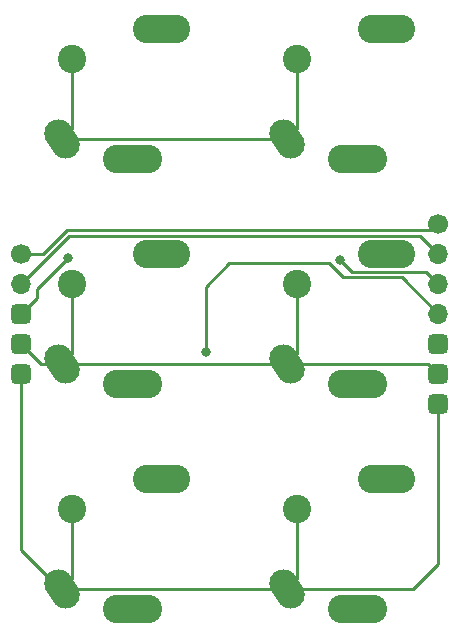
<source format=gtl>
G04 #@! TF.GenerationSoftware,KiCad,Pcbnew,7.0.5*
G04 #@! TF.CreationDate,2023-08-03T23:04:40+08:00*
G04 #@! TF.ProjectId,LA,4c412e6b-6963-4616-945f-706362585858,rev?*
G04 #@! TF.SameCoordinates,Original*
G04 #@! TF.FileFunction,Copper,L1,Top*
G04 #@! TF.FilePolarity,Positive*
%FSLAX46Y46*%
G04 Gerber Fmt 4.6, Leading zero omitted, Abs format (unit mm)*
G04 Created by KiCad (PCBNEW 7.0.5) date 2023-08-03 23:04:40*
%MOMM*%
%LPD*%
G01*
G04 APERTURE LIST*
G04 Aperture macros list*
%AMRoundRect*
0 Rectangle with rounded corners*
0 $1 Rounding radius*
0 $2 $3 $4 $5 $6 $7 $8 $9 X,Y pos of 4 corners*
0 Add a 4 corners polygon primitive as box body*
4,1,4,$2,$3,$4,$5,$6,$7,$8,$9,$2,$3,0*
0 Add four circle primitives for the rounded corners*
1,1,$1+$1,$2,$3*
1,1,$1+$1,$4,$5*
1,1,$1+$1,$6,$7*
1,1,$1+$1,$8,$9*
0 Add four rect primitives between the rounded corners*
20,1,$1+$1,$2,$3,$4,$5,0*
20,1,$1+$1,$4,$5,$6,$7,0*
20,1,$1+$1,$6,$7,$8,$9,0*
20,1,$1+$1,$8,$9,$2,$3,0*%
%AMHorizOval*
0 Thick line with rounded ends*
0 $1 width*
0 $2 $3 position (X,Y) of the first rounded end (center of the circle)*
0 $4 $5 position (X,Y) of the second rounded end (center of the circle)*
0 Add line between two ends*
20,1,$1,$2,$3,$4,$5,0*
0 Add two circle primitives to create the rounded ends*
1,1,$1,$2,$3*
1,1,$1,$4,$5*%
%AMOutline4P*
0 Free polygon, 4 corners , with rotation*
0 The origin of the aperture is its center*
0 number of corners: always 4*
0 $1 to $8 corner X, Y*
0 $9 Rotation angle, in degrees counterclockwise*
0 create outline with 4 corners*
4,1,4,$1,$2,$3,$4,$5,$6,$7,$8,$1,$2,$9*%
G04 Aperture macros list end*
G04 #@! TA.AperFunction,ComponentPad*
%ADD10HorizOval,2.400000X-0.305164X0.457575X0.305164X-0.457575X0*%
G04 #@! TD*
G04 #@! TA.AperFunction,ComponentPad*
%ADD11C,2.400000*%
G04 #@! TD*
G04 #@! TA.AperFunction,SMDPad,CuDef*
%ADD12Outline4P,-1.300000X-1.200000X1.300000X-1.200000X1.300000X1.200000X-1.300000X1.200000X0.000000*%
G04 #@! TD*
G04 #@! TA.AperFunction,SMDPad,CuDef*
%ADD13Outline4P,-1.200000X-1.200000X1.200000X-1.200000X1.200000X1.200000X-1.200000X1.200000X0.000000*%
G04 #@! TD*
G04 #@! TA.AperFunction,ComponentPad*
%ADD14C,1.700000*%
G04 #@! TD*
G04 #@! TA.AperFunction,ComponentPad*
%ADD15O,1.700000X1.700000*%
G04 #@! TD*
G04 #@! TA.AperFunction,ComponentPad*
%ADD16RoundRect,0.425000X-0.425000X-0.425000X0.425000X-0.425000X0.425000X0.425000X-0.425000X0.425000X0*%
G04 #@! TD*
G04 #@! TA.AperFunction,ViaPad*
%ADD17C,0.800000*%
G04 #@! TD*
G04 #@! TA.AperFunction,Conductor*
%ADD18C,0.250000*%
G04 #@! TD*
G04 APERTURE END LIST*
D10*
X137410000Y-58680000D03*
D11*
X138300000Y-51890000D03*
X142110000Y-60330000D03*
D12*
X143410000Y-60330000D03*
D11*
X144650000Y-49330000D03*
X144710000Y-60330000D03*
D13*
X145880000Y-49330000D03*
D11*
X147110000Y-49330000D03*
D10*
X118360000Y-58680000D03*
D11*
X119250000Y-51890000D03*
X123060000Y-60330000D03*
D12*
X124360000Y-60330000D03*
D11*
X125600000Y-49330000D03*
X125660000Y-60330000D03*
D13*
X126830000Y-49330000D03*
D11*
X128060000Y-49330000D03*
D14*
X150230000Y-65860000D03*
D15*
X150230000Y-68400000D03*
X150230000Y-70940000D03*
X150230000Y-73480000D03*
D16*
X150230000Y-76020000D03*
X150230000Y-78560000D03*
X150230000Y-81100000D03*
D10*
X118360000Y-96780000D03*
D11*
X119250000Y-89990000D03*
X123060000Y-98430000D03*
D12*
X124360000Y-98430000D03*
D11*
X125600000Y-87430000D03*
X125660000Y-98430000D03*
D13*
X126830000Y-87430000D03*
D11*
X128060000Y-87430000D03*
D10*
X137410000Y-77730000D03*
D11*
X138300000Y-70940000D03*
X142110000Y-79380000D03*
D12*
X143410000Y-79380000D03*
D11*
X144650000Y-68380000D03*
X144710000Y-79380000D03*
D13*
X145880000Y-68380000D03*
D11*
X147110000Y-68380000D03*
D10*
X137410000Y-96780000D03*
D11*
X138300000Y-89990000D03*
X142110000Y-98430000D03*
D12*
X143410000Y-98430000D03*
D11*
X144650000Y-87430000D03*
X144710000Y-98430000D03*
D13*
X145880000Y-87430000D03*
D11*
X147110000Y-87430000D03*
D10*
X118360000Y-77730000D03*
D11*
X119250000Y-70940000D03*
X123060000Y-79380000D03*
D12*
X124360000Y-79380000D03*
D11*
X125600000Y-68380000D03*
X125660000Y-79380000D03*
D13*
X126830000Y-68380000D03*
D11*
X128060000Y-68380000D03*
D14*
X114900000Y-68400000D03*
D15*
X114900000Y-70940000D03*
D16*
X114900000Y-73480000D03*
X114900000Y-76020000D03*
X114900000Y-78560000D03*
D17*
X141880000Y-68890000D03*
X130560000Y-76680000D03*
X118905518Y-68742299D03*
D18*
X116803604Y-68400000D02*
X118798604Y-66405000D01*
X118798604Y-66405000D02*
X149685000Y-66405000D01*
X149685000Y-66405000D02*
X150230000Y-65860000D01*
X114900000Y-68400000D02*
X116803604Y-68400000D01*
X118985000Y-66855000D02*
X148685000Y-66855000D01*
X148685000Y-66855000D02*
X150230000Y-68400000D01*
X114900000Y-70940000D02*
X118985000Y-66855000D01*
X149210000Y-69920000D02*
X142910000Y-69920000D01*
X150230000Y-70940000D02*
X149210000Y-69920000D01*
X142910000Y-69920000D02*
X141880000Y-68890000D01*
X140960000Y-69190000D02*
X142140000Y-70370000D01*
X130560000Y-71180000D02*
X132550000Y-69190000D01*
X142140000Y-70370000D02*
X147120000Y-70370000D01*
X147120000Y-70370000D02*
X150230000Y-73480000D01*
X132550000Y-69190000D02*
X140960000Y-69190000D01*
X130560000Y-76680000D02*
X130560000Y-71180000D01*
X138300000Y-51890000D02*
X138300000Y-57790000D01*
X118905518Y-68742299D02*
X116290000Y-71357817D01*
X119250000Y-57790000D02*
X118360000Y-58680000D01*
X116290000Y-71357817D02*
X116290000Y-72090000D01*
X116290000Y-72090000D02*
X114900000Y-73480000D01*
X138300000Y-57790000D02*
X137410000Y-58680000D01*
X118360000Y-58680000D02*
X137410000Y-58680000D01*
X119250000Y-51890000D02*
X119250000Y-57790000D01*
X114900000Y-76020000D02*
X116610000Y-77730000D01*
X149400000Y-77730000D02*
X150230000Y-78560000D01*
X119250000Y-70940000D02*
X119250000Y-76840000D01*
X138300000Y-76840000D02*
X138300000Y-70940000D01*
X118360000Y-77730000D02*
X137410000Y-77730000D01*
X119250000Y-76840000D02*
X118360000Y-77730000D01*
X116610000Y-77730000D02*
X118360000Y-77730000D01*
X137410000Y-77730000D02*
X138300000Y-76840000D01*
X137410000Y-77730000D02*
X149400000Y-77730000D01*
X137410000Y-96780000D02*
X148120000Y-96780000D01*
X119250000Y-95890000D02*
X118360000Y-96780000D01*
X118360000Y-96780000D02*
X137410000Y-96780000D01*
X148120000Y-96780000D02*
X150230000Y-94670000D01*
X118207589Y-96780000D02*
X118360000Y-96780000D01*
X114900000Y-78560000D02*
X114900000Y-93472411D01*
X150230000Y-94670000D02*
X150230000Y-81100000D01*
X138300000Y-89990000D02*
X138300000Y-95890000D01*
X119250000Y-89990000D02*
X119250000Y-95890000D01*
X138300000Y-95890000D02*
X137410000Y-96780000D01*
X114900000Y-93472411D02*
X118207589Y-96780000D01*
M02*

</source>
